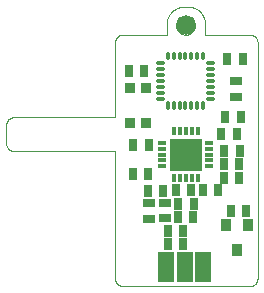
<source format=gts>
G75*
%MOIN*%
%OFA0B0*%
%FSLAX25Y25*%
%IPPOS*%
%LPD*%
%AMOC8*
5,1,8,0,0,1.08239X$1,22.5*
%
%ADD10C,0.00000*%
%ADD11C,0.06650*%
%ADD12R,0.11030X0.11030*%
%ADD13R,0.03156X0.01384*%
%ADD14R,0.01384X0.03156*%
%ADD15R,0.03156X0.03943*%
%ADD16R,0.03943X0.03156*%
%ADD17R,0.03825X0.03471*%
%ADD18R,0.05400X0.10400*%
%ADD19R,0.03550X0.03943*%
%ADD20C,0.01378*%
D10*
X0060095Y0064000D02*
X0060095Y0106500D01*
X0026345Y0106500D01*
X0026247Y0106502D01*
X0026149Y0106508D01*
X0026051Y0106517D01*
X0025954Y0106531D01*
X0025857Y0106548D01*
X0025761Y0106569D01*
X0025666Y0106594D01*
X0025572Y0106622D01*
X0025480Y0106655D01*
X0025388Y0106690D01*
X0025298Y0106730D01*
X0025210Y0106772D01*
X0025123Y0106819D01*
X0025039Y0106868D01*
X0024956Y0106921D01*
X0024876Y0106977D01*
X0024797Y0107037D01*
X0024721Y0107099D01*
X0024648Y0107164D01*
X0024577Y0107232D01*
X0024509Y0107303D01*
X0024444Y0107376D01*
X0024382Y0107452D01*
X0024322Y0107531D01*
X0024266Y0107611D01*
X0024213Y0107694D01*
X0024164Y0107778D01*
X0024117Y0107865D01*
X0024075Y0107953D01*
X0024035Y0108043D01*
X0024000Y0108135D01*
X0023967Y0108227D01*
X0023939Y0108321D01*
X0023914Y0108416D01*
X0023893Y0108512D01*
X0023876Y0108609D01*
X0023862Y0108706D01*
X0023853Y0108804D01*
X0023847Y0108902D01*
X0023845Y0109000D01*
X0023845Y0115250D01*
X0023847Y0115348D01*
X0023853Y0115446D01*
X0023862Y0115544D01*
X0023876Y0115641D01*
X0023893Y0115738D01*
X0023914Y0115834D01*
X0023939Y0115929D01*
X0023967Y0116023D01*
X0024000Y0116115D01*
X0024035Y0116207D01*
X0024075Y0116297D01*
X0024117Y0116385D01*
X0024164Y0116472D01*
X0024213Y0116556D01*
X0024266Y0116639D01*
X0024322Y0116719D01*
X0024382Y0116798D01*
X0024444Y0116874D01*
X0024509Y0116947D01*
X0024577Y0117018D01*
X0024648Y0117086D01*
X0024721Y0117151D01*
X0024797Y0117213D01*
X0024876Y0117273D01*
X0024956Y0117329D01*
X0025039Y0117382D01*
X0025123Y0117431D01*
X0025210Y0117478D01*
X0025298Y0117520D01*
X0025388Y0117560D01*
X0025480Y0117595D01*
X0025572Y0117628D01*
X0025666Y0117656D01*
X0025761Y0117681D01*
X0025857Y0117702D01*
X0025954Y0117719D01*
X0026051Y0117733D01*
X0026149Y0117742D01*
X0026247Y0117748D01*
X0026345Y0117750D01*
X0060095Y0117750D01*
X0060095Y0142750D01*
X0060097Y0142848D01*
X0060103Y0142946D01*
X0060112Y0143044D01*
X0060126Y0143141D01*
X0060143Y0143238D01*
X0060164Y0143334D01*
X0060189Y0143429D01*
X0060217Y0143523D01*
X0060250Y0143615D01*
X0060285Y0143707D01*
X0060325Y0143797D01*
X0060367Y0143885D01*
X0060414Y0143972D01*
X0060463Y0144056D01*
X0060516Y0144139D01*
X0060572Y0144219D01*
X0060632Y0144298D01*
X0060694Y0144374D01*
X0060759Y0144447D01*
X0060827Y0144518D01*
X0060898Y0144586D01*
X0060971Y0144651D01*
X0061047Y0144713D01*
X0061126Y0144773D01*
X0061206Y0144829D01*
X0061289Y0144882D01*
X0061373Y0144931D01*
X0061460Y0144978D01*
X0061548Y0145020D01*
X0061638Y0145060D01*
X0061730Y0145095D01*
X0061822Y0145128D01*
X0061916Y0145156D01*
X0062011Y0145181D01*
X0062107Y0145202D01*
X0062204Y0145219D01*
X0062301Y0145233D01*
X0062399Y0145242D01*
X0062497Y0145248D01*
X0062595Y0145250D01*
X0077283Y0145250D01*
X0077283Y0148183D01*
X0077282Y0148182D02*
X0077272Y0148334D01*
X0077266Y0148485D01*
X0077264Y0148637D01*
X0077266Y0148789D01*
X0077271Y0148941D01*
X0077280Y0149092D01*
X0077293Y0149243D01*
X0077310Y0149394D01*
X0077331Y0149545D01*
X0077356Y0149695D01*
X0077384Y0149844D01*
X0077416Y0149992D01*
X0077452Y0150140D01*
X0077491Y0150286D01*
X0077535Y0150432D01*
X0077582Y0150576D01*
X0077632Y0150719D01*
X0077686Y0150861D01*
X0077744Y0151001D01*
X0077805Y0151140D01*
X0077870Y0151277D01*
X0077939Y0151413D01*
X0078010Y0151547D01*
X0078085Y0151679D01*
X0078164Y0151809D01*
X0078245Y0151937D01*
X0078330Y0152063D01*
X0078418Y0152186D01*
X0078509Y0152308D01*
X0078603Y0152427D01*
X0078701Y0152544D01*
X0078801Y0152658D01*
X0078904Y0152769D01*
X0079009Y0152878D01*
X0079118Y0152984D01*
X0079229Y0153088D01*
X0079343Y0153188D01*
X0079459Y0153286D01*
X0079577Y0153381D01*
X0079698Y0153473D01*
X0079822Y0153561D01*
X0079947Y0153647D01*
X0080075Y0153729D01*
X0080204Y0153808D01*
X0080336Y0153883D01*
X0080469Y0153956D01*
X0080605Y0154025D01*
X0080742Y0154090D01*
X0080880Y0154152D01*
X0081020Y0154210D01*
X0081162Y0154265D01*
X0081305Y0154316D01*
X0081449Y0154364D01*
X0081594Y0154408D01*
X0081741Y0154448D01*
X0081888Y0154485D01*
X0082036Y0154518D01*
X0082185Y0154547D01*
X0082335Y0154572D01*
X0082485Y0154593D01*
X0082636Y0154611D01*
X0082787Y0154625D01*
X0084151Y0154625D01*
X0084302Y0154627D01*
X0084454Y0154625D01*
X0084605Y0154619D01*
X0084757Y0154610D01*
X0084908Y0154596D01*
X0085058Y0154578D01*
X0085208Y0154556D01*
X0085358Y0154531D01*
X0085506Y0154501D01*
X0085654Y0154468D01*
X0085801Y0154431D01*
X0085947Y0154390D01*
X0086092Y0154345D01*
X0086235Y0154296D01*
X0086378Y0154244D01*
X0086518Y0154188D01*
X0086658Y0154128D01*
X0086795Y0154065D01*
X0086931Y0153998D01*
X0087066Y0153928D01*
X0087198Y0153854D01*
X0087328Y0153776D01*
X0087457Y0153695D01*
X0087583Y0153611D01*
X0087706Y0153524D01*
X0087828Y0153433D01*
X0087947Y0153340D01*
X0088064Y0153243D01*
X0088178Y0153143D01*
X0088289Y0153040D01*
X0088398Y0152934D01*
X0088504Y0152826D01*
X0088607Y0152715D01*
X0088707Y0152601D01*
X0088804Y0152484D01*
X0088898Y0152365D01*
X0088988Y0152244D01*
X0089076Y0152120D01*
X0089160Y0151994D01*
X0089241Y0151866D01*
X0089319Y0151736D01*
X0089393Y0151604D01*
X0089464Y0151470D01*
X0089531Y0151334D01*
X0089595Y0151196D01*
X0089654Y0151057D01*
X0089711Y0150916D01*
X0089763Y0150774D01*
X0089812Y0150631D01*
X0089857Y0150486D01*
X0089898Y0150340D01*
X0089936Y0150193D01*
X0089970Y0150045D01*
X0089999Y0149897D01*
X0090025Y0149747D01*
X0090047Y0149597D01*
X0090065Y0149447D01*
X0090079Y0149296D01*
X0090089Y0149145D01*
X0090095Y0148993D01*
X0090095Y0145250D01*
X0105095Y0145250D01*
X0105193Y0145248D01*
X0105291Y0145242D01*
X0105389Y0145233D01*
X0105486Y0145219D01*
X0105583Y0145202D01*
X0105679Y0145181D01*
X0105774Y0145156D01*
X0105868Y0145128D01*
X0105960Y0145095D01*
X0106052Y0145060D01*
X0106142Y0145020D01*
X0106230Y0144978D01*
X0106317Y0144931D01*
X0106401Y0144882D01*
X0106484Y0144829D01*
X0106564Y0144773D01*
X0106643Y0144713D01*
X0106719Y0144651D01*
X0106792Y0144586D01*
X0106863Y0144518D01*
X0106931Y0144447D01*
X0106996Y0144374D01*
X0107058Y0144298D01*
X0107118Y0144219D01*
X0107174Y0144139D01*
X0107227Y0144056D01*
X0107276Y0143972D01*
X0107323Y0143885D01*
X0107365Y0143797D01*
X0107405Y0143707D01*
X0107440Y0143615D01*
X0107473Y0143523D01*
X0107501Y0143429D01*
X0107526Y0143334D01*
X0107547Y0143238D01*
X0107564Y0143141D01*
X0107578Y0143044D01*
X0107587Y0142946D01*
X0107593Y0142848D01*
X0107595Y0142750D01*
X0107595Y0063989D01*
X0107596Y0063990D02*
X0107593Y0063891D01*
X0107587Y0063793D01*
X0107576Y0063695D01*
X0107562Y0063598D01*
X0107544Y0063502D01*
X0107522Y0063406D01*
X0107497Y0063311D01*
X0107467Y0063217D01*
X0107435Y0063124D01*
X0107398Y0063033D01*
X0107358Y0062943D01*
X0107315Y0062855D01*
X0107268Y0062769D01*
X0107217Y0062684D01*
X0107164Y0062602D01*
X0107107Y0062522D01*
X0107047Y0062444D01*
X0106984Y0062368D01*
X0106919Y0062295D01*
X0106850Y0062225D01*
X0106779Y0062157D01*
X0106705Y0062092D01*
X0106629Y0062030D01*
X0106550Y0061971D01*
X0106469Y0061915D01*
X0106386Y0061863D01*
X0106301Y0061814D01*
X0106214Y0061768D01*
X0106125Y0061725D01*
X0106035Y0061686D01*
X0105944Y0061651D01*
X0105851Y0061619D01*
X0105756Y0061591D01*
X0105661Y0061567D01*
X0105565Y0061546D01*
X0105468Y0061529D01*
X0105371Y0061516D01*
X0105273Y0061507D01*
X0105175Y0061502D01*
X0105077Y0061500D01*
X0105076Y0061500D02*
X0062595Y0061500D01*
X0062497Y0061502D01*
X0062399Y0061508D01*
X0062301Y0061517D01*
X0062204Y0061531D01*
X0062107Y0061548D01*
X0062011Y0061569D01*
X0061916Y0061594D01*
X0061822Y0061622D01*
X0061730Y0061655D01*
X0061638Y0061690D01*
X0061548Y0061730D01*
X0061460Y0061772D01*
X0061373Y0061819D01*
X0061289Y0061868D01*
X0061206Y0061921D01*
X0061126Y0061977D01*
X0061047Y0062037D01*
X0060971Y0062099D01*
X0060898Y0062164D01*
X0060827Y0062232D01*
X0060759Y0062303D01*
X0060694Y0062376D01*
X0060632Y0062452D01*
X0060572Y0062531D01*
X0060516Y0062611D01*
X0060463Y0062694D01*
X0060414Y0062778D01*
X0060367Y0062865D01*
X0060325Y0062953D01*
X0060285Y0063043D01*
X0060250Y0063135D01*
X0060217Y0063227D01*
X0060189Y0063321D01*
X0060164Y0063416D01*
X0060143Y0063512D01*
X0060126Y0063609D01*
X0060112Y0063706D01*
X0060103Y0063804D01*
X0060097Y0063902D01*
X0060095Y0064000D01*
X0080470Y0148388D02*
X0080472Y0148500D01*
X0080478Y0148611D01*
X0080488Y0148722D01*
X0080502Y0148833D01*
X0080520Y0148943D01*
X0080541Y0149052D01*
X0080567Y0149161D01*
X0080597Y0149268D01*
X0080630Y0149375D01*
X0080667Y0149480D01*
X0080708Y0149584D01*
X0080752Y0149686D01*
X0080801Y0149787D01*
X0080852Y0149886D01*
X0080907Y0149983D01*
X0080966Y0150078D01*
X0081028Y0150170D01*
X0081093Y0150261D01*
X0081162Y0150349D01*
X0081233Y0150434D01*
X0081308Y0150517D01*
X0081385Y0150598D01*
X0081466Y0150675D01*
X0081549Y0150750D01*
X0081634Y0150821D01*
X0081722Y0150890D01*
X0081813Y0150955D01*
X0081905Y0151017D01*
X0082000Y0151076D01*
X0082097Y0151131D01*
X0082196Y0151182D01*
X0082297Y0151231D01*
X0082399Y0151275D01*
X0082503Y0151316D01*
X0082608Y0151353D01*
X0082715Y0151386D01*
X0082822Y0151416D01*
X0082931Y0151442D01*
X0083040Y0151463D01*
X0083150Y0151481D01*
X0083261Y0151495D01*
X0083372Y0151505D01*
X0083483Y0151511D01*
X0083595Y0151513D01*
X0083707Y0151511D01*
X0083818Y0151505D01*
X0083929Y0151495D01*
X0084040Y0151481D01*
X0084150Y0151463D01*
X0084259Y0151442D01*
X0084368Y0151416D01*
X0084475Y0151386D01*
X0084582Y0151353D01*
X0084687Y0151316D01*
X0084791Y0151275D01*
X0084893Y0151231D01*
X0084994Y0151182D01*
X0085093Y0151131D01*
X0085190Y0151076D01*
X0085285Y0151017D01*
X0085377Y0150955D01*
X0085468Y0150890D01*
X0085556Y0150821D01*
X0085641Y0150750D01*
X0085724Y0150675D01*
X0085805Y0150598D01*
X0085882Y0150517D01*
X0085957Y0150434D01*
X0086028Y0150349D01*
X0086097Y0150261D01*
X0086162Y0150170D01*
X0086224Y0150078D01*
X0086283Y0149983D01*
X0086338Y0149886D01*
X0086389Y0149787D01*
X0086438Y0149686D01*
X0086482Y0149584D01*
X0086523Y0149480D01*
X0086560Y0149375D01*
X0086593Y0149268D01*
X0086623Y0149161D01*
X0086649Y0149052D01*
X0086670Y0148943D01*
X0086688Y0148833D01*
X0086702Y0148722D01*
X0086712Y0148611D01*
X0086718Y0148500D01*
X0086720Y0148388D01*
X0086718Y0148276D01*
X0086712Y0148165D01*
X0086702Y0148054D01*
X0086688Y0147943D01*
X0086670Y0147833D01*
X0086649Y0147724D01*
X0086623Y0147615D01*
X0086593Y0147508D01*
X0086560Y0147401D01*
X0086523Y0147296D01*
X0086482Y0147192D01*
X0086438Y0147090D01*
X0086389Y0146989D01*
X0086338Y0146890D01*
X0086283Y0146793D01*
X0086224Y0146698D01*
X0086162Y0146606D01*
X0086097Y0146515D01*
X0086028Y0146427D01*
X0085957Y0146342D01*
X0085882Y0146259D01*
X0085805Y0146178D01*
X0085724Y0146101D01*
X0085641Y0146026D01*
X0085556Y0145955D01*
X0085468Y0145886D01*
X0085377Y0145821D01*
X0085285Y0145759D01*
X0085190Y0145700D01*
X0085093Y0145645D01*
X0084994Y0145594D01*
X0084893Y0145545D01*
X0084791Y0145501D01*
X0084687Y0145460D01*
X0084582Y0145423D01*
X0084475Y0145390D01*
X0084368Y0145360D01*
X0084259Y0145334D01*
X0084150Y0145313D01*
X0084040Y0145295D01*
X0083929Y0145281D01*
X0083818Y0145271D01*
X0083707Y0145265D01*
X0083595Y0145263D01*
X0083483Y0145265D01*
X0083372Y0145271D01*
X0083261Y0145281D01*
X0083150Y0145295D01*
X0083040Y0145313D01*
X0082931Y0145334D01*
X0082822Y0145360D01*
X0082715Y0145390D01*
X0082608Y0145423D01*
X0082503Y0145460D01*
X0082399Y0145501D01*
X0082297Y0145545D01*
X0082196Y0145594D01*
X0082097Y0145645D01*
X0082000Y0145700D01*
X0081905Y0145759D01*
X0081813Y0145821D01*
X0081722Y0145886D01*
X0081634Y0145955D01*
X0081549Y0146026D01*
X0081466Y0146101D01*
X0081385Y0146178D01*
X0081308Y0146259D01*
X0081233Y0146342D01*
X0081162Y0146427D01*
X0081093Y0146515D01*
X0081028Y0146606D01*
X0080966Y0146698D01*
X0080907Y0146793D01*
X0080852Y0146890D01*
X0080801Y0146989D01*
X0080752Y0147090D01*
X0080708Y0147192D01*
X0080667Y0147296D01*
X0080630Y0147401D01*
X0080597Y0147508D01*
X0080567Y0147615D01*
X0080541Y0147724D01*
X0080520Y0147833D01*
X0080502Y0147943D01*
X0080488Y0148054D01*
X0080478Y0148165D01*
X0080472Y0148276D01*
X0080470Y0148388D01*
D11*
X0083595Y0148388D03*
D12*
X0083648Y0105329D03*
D13*
X0075892Y0105329D03*
X0075892Y0107297D03*
X0075892Y0109266D03*
X0075892Y0103360D03*
X0075892Y0101392D03*
X0091404Y0101392D03*
X0091404Y0103360D03*
X0091404Y0105329D03*
X0091404Y0107297D03*
X0091404Y0109266D03*
D14*
X0087585Y0113085D03*
X0085617Y0113085D03*
X0083648Y0113085D03*
X0081680Y0113085D03*
X0079711Y0113085D03*
X0079711Y0097573D03*
X0081680Y0097573D03*
X0083648Y0097573D03*
X0085617Y0097573D03*
X0087585Y0097573D03*
D15*
X0089338Y0093584D03*
X0085457Y0093535D03*
X0086263Y0088862D03*
X0086091Y0084589D03*
X0082852Y0079893D03*
X0082704Y0075538D03*
X0077586Y0075538D03*
X0077734Y0079893D03*
X0080973Y0084589D03*
X0081145Y0088862D03*
X0080339Y0093535D03*
X0076177Y0093247D03*
X0071059Y0093247D03*
X0071188Y0098927D03*
X0066070Y0098927D03*
X0066241Y0108522D03*
X0071360Y0108522D03*
X0069842Y0133063D03*
X0064724Y0133063D03*
X0094456Y0093584D03*
X0096330Y0097509D03*
X0096355Y0102132D03*
X0096530Y0106575D03*
X0095543Y0112258D03*
X0096911Y0117750D03*
X0100661Y0112258D03*
X0101648Y0106575D03*
X0101473Y0102132D03*
X0101448Y0097509D03*
X0103904Y0086500D03*
X0098786Y0086500D03*
X0102029Y0117750D03*
X0102617Y0137263D03*
X0097499Y0137263D03*
D16*
X0100408Y0129684D03*
X0100408Y0124566D03*
X0076826Y0089322D03*
X0076826Y0084204D03*
X0071395Y0083916D03*
X0071395Y0089034D03*
D17*
X0070442Y0115722D03*
X0065088Y0115722D03*
X0065088Y0127652D03*
X0070442Y0127652D03*
D18*
X0076920Y0067675D03*
X0083258Y0067725D03*
X0089570Y0067675D03*
D19*
X0096967Y0081712D03*
X0100708Y0073444D03*
X0104448Y0081712D03*
D20*
X0089485Y0120823D02*
X0089485Y0122398D01*
X0087516Y0122398D02*
X0087516Y0120823D01*
X0085548Y0120823D02*
X0085548Y0122398D01*
X0083579Y0122398D02*
X0083579Y0120823D01*
X0081611Y0120823D02*
X0081611Y0122398D01*
X0079642Y0122398D02*
X0079642Y0120823D01*
X0077674Y0120823D02*
X0077674Y0122398D01*
X0076099Y0123973D02*
X0074524Y0123973D01*
X0074524Y0125941D02*
X0076099Y0125941D01*
X0076099Y0127910D02*
X0074524Y0127910D01*
X0074524Y0129878D02*
X0076099Y0129878D01*
X0076099Y0131847D02*
X0074524Y0131847D01*
X0074524Y0133815D02*
X0076099Y0133815D01*
X0076099Y0135784D02*
X0074524Y0135784D01*
X0077674Y0137359D02*
X0077674Y0138933D01*
X0079642Y0138933D02*
X0079642Y0137359D01*
X0081611Y0137359D02*
X0081611Y0138933D01*
X0083579Y0138933D02*
X0083579Y0137359D01*
X0085548Y0137359D02*
X0085548Y0138933D01*
X0087516Y0138933D02*
X0087516Y0137359D01*
X0089485Y0137359D02*
X0089485Y0138933D01*
X0091060Y0135784D02*
X0092635Y0135784D01*
X0092635Y0133815D02*
X0091060Y0133815D01*
X0091060Y0131847D02*
X0092635Y0131847D01*
X0092635Y0129878D02*
X0091060Y0129878D01*
X0091060Y0127910D02*
X0092635Y0127910D01*
X0092635Y0125941D02*
X0091060Y0125941D01*
X0091060Y0123973D02*
X0092635Y0123973D01*
M02*

</source>
